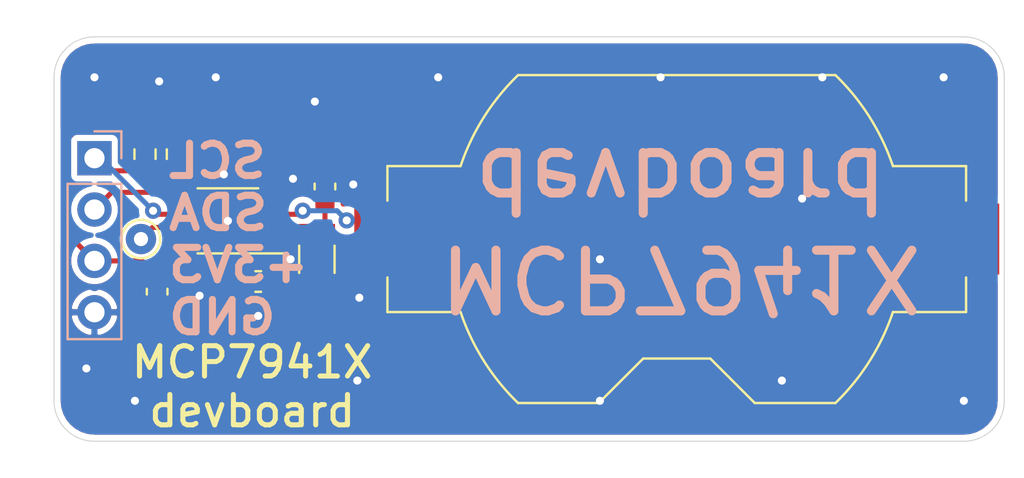
<source format=kicad_pcb>
(kicad_pcb (version 20171130) (host pcbnew 5.1.12-1.fc35)

  (general
    (thickness 1.6)
    (drawings 11)
    (tracks 79)
    (zones 0)
    (modules 10)
    (nets 9)
  )

  (page A4)
  (title_block
    (title mcp7941x-devboard)
    (date 2021-12-16)
    (rev 2021-12-16)
    (company "Raphael Lehmann")
    (comment 1 "License: CC BY-SA 4.0")
  )

  (layers
    (0 F.Cu signal)
    (31 B.Cu signal)
    (32 B.Adhes user)
    (33 F.Adhes user)
    (34 B.Paste user)
    (35 F.Paste user)
    (36 B.SilkS user)
    (37 F.SilkS user)
    (38 B.Mask user)
    (39 F.Mask user)
    (40 Dwgs.User user)
    (41 Cmts.User user)
    (42 Eco1.User user)
    (43 Eco2.User user)
    (44 Edge.Cuts user)
    (45 Margin user)
    (46 B.CrtYd user)
    (47 F.CrtYd user)
    (48 B.Fab user)
    (49 F.Fab user)
  )

  (setup
    (last_trace_width 0.25)
    (trace_clearance 0.2)
    (zone_clearance 0.3)
    (zone_45_only yes)
    (trace_min 0.2)
    (via_size 0.8)
    (via_drill 0.4)
    (via_min_size 0.4)
    (via_min_drill 0.3)
    (uvia_size 0.3)
    (uvia_drill 0.1)
    (uvias_allowed no)
    (uvia_min_size 0.2)
    (uvia_min_drill 0.1)
    (edge_width 0.05)
    (segment_width 0.2)
    (pcb_text_width 0.3)
    (pcb_text_size 1.5 1.5)
    (mod_edge_width 0.12)
    (mod_text_size 1 1)
    (mod_text_width 0.15)
    (pad_size 1.524 1.524)
    (pad_drill 0.762)
    (pad_to_mask_clearance 0)
    (aux_axis_origin 0 0)
    (visible_elements FFFFFF7F)
    (pcbplotparams
      (layerselection 0x010fc_ffffffff)
      (usegerberextensions false)
      (usegerberattributes true)
      (usegerberadvancedattributes true)
      (creategerberjobfile true)
      (excludeedgelayer true)
      (linewidth 0.100000)
      (plotframeref false)
      (viasonmask false)
      (mode 1)
      (useauxorigin false)
      (hpglpennumber 1)
      (hpglpenspeed 20)
      (hpglpendiameter 15.000000)
      (psnegative false)
      (psa4output false)
      (plotreference true)
      (plotvalue true)
      (plotinvisibletext false)
      (padsonsilk false)
      (subtractmaskfromsilk false)
      (outputformat 1)
      (mirror false)
      (drillshape 0)
      (scaleselection 1)
      (outputdirectory "gerber/"))
  )

  (net 0 "")
  (net 1 GND)
  (net 2 +3V3)
  (net 3 /X2)
  (net 4 /SDA)
  (net 5 /SCL)
  (net 6 /X1)
  (net 7 /BAT)
  (net 8 /MFP)

  (net_class Default "This is the default net class."
    (clearance 0.2)
    (trace_width 0.25)
    (via_dia 0.8)
    (via_drill 0.4)
    (uvia_dia 0.3)
    (uvia_drill 0.1)
    (add_net +3V3)
    (add_net /BAT)
    (add_net /MFP)
    (add_net /SCL)
    (add_net /SDA)
    (add_net /X1)
    (add_net /X2)
    (add_net GND)
  )

  (module Crystal:Crystal_SMD_3215-2Pin_3.2x1.5mm (layer F.Cu) (tedit 5A0FD1B2) (tstamp 61BA8964)
    (at 123 81 270)
    (descr "SMD Crystal FC-135 https://support.epson.biz/td/api/doc_check.php?dl=brief_FC-135R_en.pdf")
    (tags "SMD SMT Crystal")
    (path /61BA4654)
    (attr smd)
    (fp_text reference Y1 (at 0 -2 90) (layer F.SilkS) hide
      (effects (font (size 1 1) (thickness 0.15)))
    )
    (fp_text value SC32S-7PF20PPM (at 0 2 90) (layer F.Fab)
      (effects (font (size 1 1) (thickness 0.15)))
    )
    (fp_line (start 2 -1.15) (end 2 1.15) (layer F.CrtYd) (width 0.05))
    (fp_line (start -2 -1.15) (end -2 1.15) (layer F.CrtYd) (width 0.05))
    (fp_line (start -2 1.15) (end 2 1.15) (layer F.CrtYd) (width 0.05))
    (fp_line (start -1.6 0.75) (end 1.6 0.75) (layer F.Fab) (width 0.1))
    (fp_line (start -1.6 -0.75) (end 1.6 -0.75) (layer F.Fab) (width 0.1))
    (fp_line (start 1.6 -0.75) (end 1.6 0.75) (layer F.Fab) (width 0.1))
    (fp_line (start -0.675 -0.875) (end 0.675 -0.875) (layer F.SilkS) (width 0.12))
    (fp_line (start -0.675 0.875) (end 0.675 0.875) (layer F.SilkS) (width 0.12))
    (fp_line (start -1.6 -0.75) (end -1.6 0.75) (layer F.Fab) (width 0.1))
    (fp_line (start -2 -1.15) (end 2 -1.15) (layer F.CrtYd) (width 0.05))
    (fp_text user %R (at 0 -2 90) (layer F.Fab)
      (effects (font (size 1 1) (thickness 0.15)))
    )
    (pad 2 smd rect (at -1.25 0 270) (size 1 1.8) (layers F.Cu F.Paste F.Mask)
      (net 3 /X2))
    (pad 1 smd rect (at 1.25 0 270) (size 1 1.8) (layers F.Cu F.Paste F.Mask)
      (net 6 /X1))
    (model ${KISYS3DMOD}/Crystal.3dshapes/Crystal_SMD_3215-2Pin_3.2x1.5mm.wrl
      (at (xyz 0 0 0))
      (scale (xyz 1 1 1))
      (rotate (xyz 0 0 0))
    )
  )

  (module Package_SO:MSOP-8_3x3mm_P0.65mm (layer F.Cu) (tedit 5E509FDD) (tstamp 61BA8953)
    (at 118.6 79.1 180)
    (descr "MSOP, 8 Pin (https://www.jedec.org/system/files/docs/mo-187F.pdf variant AA), generated with kicad-footprint-generator ipc_gullwing_generator.py")
    (tags "MSOP SO")
    (path /61BA2F55)
    (attr smd)
    (fp_text reference U1 (at 0 -2.45) (layer F.SilkS) hide
      (effects (font (size 1 1) (thickness 0.15)))
    )
    (fp_text value MCP7940N-xMS (at 0 2.45) (layer F.Fab)
      (effects (font (size 1 1) (thickness 0.15)))
    )
    (fp_line (start 3.18 -1.75) (end -3.18 -1.75) (layer F.CrtYd) (width 0.05))
    (fp_line (start 3.18 1.75) (end 3.18 -1.75) (layer F.CrtYd) (width 0.05))
    (fp_line (start -3.18 1.75) (end 3.18 1.75) (layer F.CrtYd) (width 0.05))
    (fp_line (start -3.18 -1.75) (end -3.18 1.75) (layer F.CrtYd) (width 0.05))
    (fp_line (start -1.5 -0.75) (end -0.75 -1.5) (layer F.Fab) (width 0.1))
    (fp_line (start -1.5 1.5) (end -1.5 -0.75) (layer F.Fab) (width 0.1))
    (fp_line (start 1.5 1.5) (end -1.5 1.5) (layer F.Fab) (width 0.1))
    (fp_line (start 1.5 -1.5) (end 1.5 1.5) (layer F.Fab) (width 0.1))
    (fp_line (start -0.75 -1.5) (end 1.5 -1.5) (layer F.Fab) (width 0.1))
    (fp_line (start 0 -1.61) (end -2.925 -1.61) (layer F.SilkS) (width 0.12))
    (fp_line (start 0 -1.61) (end 1.5 -1.61) (layer F.SilkS) (width 0.12))
    (fp_line (start 0 1.61) (end -1.5 1.61) (layer F.SilkS) (width 0.12))
    (fp_line (start 0 1.61) (end 1.5 1.61) (layer F.SilkS) (width 0.12))
    (fp_text user %R (at 0 0) (layer F.Fab)
      (effects (font (size 0.75 0.75) (thickness 0.11)))
    )
    (pad 8 smd roundrect (at 2.1125 -0.975 180) (size 1.625 0.4) (layers F.Cu F.Paste F.Mask) (roundrect_rratio 0.25)
      (net 2 +3V3))
    (pad 7 smd roundrect (at 2.1125 -0.325 180) (size 1.625 0.4) (layers F.Cu F.Paste F.Mask) (roundrect_rratio 0.25)
      (net 8 /MFP))
    (pad 6 smd roundrect (at 2.1125 0.325 180) (size 1.625 0.4) (layers F.Cu F.Paste F.Mask) (roundrect_rratio 0.25)
      (net 5 /SCL))
    (pad 5 smd roundrect (at 2.1125 0.975 180) (size 1.625 0.4) (layers F.Cu F.Paste F.Mask) (roundrect_rratio 0.25)
      (net 4 /SDA))
    (pad 4 smd roundrect (at -2.1125 0.975 180) (size 1.625 0.4) (layers F.Cu F.Paste F.Mask) (roundrect_rratio 0.25)
      (net 1 GND))
    (pad 3 smd roundrect (at -2.1125 0.325 180) (size 1.625 0.4) (layers F.Cu F.Paste F.Mask) (roundrect_rratio 0.25)
      (net 7 /BAT))
    (pad 2 smd roundrect (at -2.1125 -0.325 180) (size 1.625 0.4) (layers F.Cu F.Paste F.Mask) (roundrect_rratio 0.25)
      (net 3 /X2))
    (pad 1 smd roundrect (at -2.1125 -0.975 180) (size 1.625 0.4) (layers F.Cu F.Paste F.Mask) (roundrect_rratio 0.25)
      (net 6 /X1))
    (model ${KISYS3DMOD}/Package_SO.3dshapes/MSOP-8_3x3mm_P0.65mm.wrl
      (at (xyz 0 0 0))
      (scale (xyz 1 1 1))
      (rotate (xyz 0 0 0))
    )
  )

  (module TestPoint:TestPoint_THTPad_D1.5mm_Drill0.7mm (layer F.Cu) (tedit 5A0F774F) (tstamp 61BA8939)
    (at 114.3 80)
    (descr "THT pad as test Point, diameter 1.5mm, hole diameter 0.7mm")
    (tags "test point THT pad")
    (path /61BA80D9)
    (attr virtual)
    (fp_text reference TP1 (at 0 -1.648) (layer F.SilkS) hide
      (effects (font (size 1 1) (thickness 0.15)))
    )
    (fp_text value MFP (at 0 1.75) (layer F.Fab)
      (effects (font (size 1 1) (thickness 0.15)))
    )
    (fp_circle (center 0 0) (end 0 0.95) (layer F.SilkS) (width 0.12))
    (fp_circle (center 0 0) (end 1.25 0) (layer F.CrtYd) (width 0.05))
    (fp_text user %R (at 0 -1.65) (layer F.Fab)
      (effects (font (size 1 1) (thickness 0.15)))
    )
    (pad 1 thru_hole circle (at 0 0) (size 1.5 1.5) (drill 0.7) (layers *.Cu *.Mask)
      (net 8 /MFP))
  )

  (module Resistor_SMD:R_0603_1608Metric (layer F.Cu) (tedit 5F68FEEE) (tstamp 61BA8931)
    (at 114.5 75.8 270)
    (descr "Resistor SMD 0603 (1608 Metric), square (rectangular) end terminal, IPC_7351 nominal, (Body size source: IPC-SM-782 page 72, https://www.pcb-3d.com/wordpress/wp-content/uploads/ipc-sm-782a_amendment_1_and_2.pdf), generated with kicad-footprint-generator")
    (tags resistor)
    (path /61BA9121)
    (attr smd)
    (fp_text reference R2 (at 0 -1.43 90) (layer F.SilkS) hide
      (effects (font (size 1 1) (thickness 0.15)))
    )
    (fp_text value 4k7 (at 0 1.43 90) (layer F.Fab)
      (effects (font (size 1 1) (thickness 0.15)))
    )
    (fp_line (start 1.48 0.73) (end -1.48 0.73) (layer F.CrtYd) (width 0.05))
    (fp_line (start 1.48 -0.73) (end 1.48 0.73) (layer F.CrtYd) (width 0.05))
    (fp_line (start -1.48 -0.73) (end 1.48 -0.73) (layer F.CrtYd) (width 0.05))
    (fp_line (start -1.48 0.73) (end -1.48 -0.73) (layer F.CrtYd) (width 0.05))
    (fp_line (start -0.237258 0.5225) (end 0.237258 0.5225) (layer F.SilkS) (width 0.12))
    (fp_line (start -0.237258 -0.5225) (end 0.237258 -0.5225) (layer F.SilkS) (width 0.12))
    (fp_line (start 0.8 0.4125) (end -0.8 0.4125) (layer F.Fab) (width 0.1))
    (fp_line (start 0.8 -0.4125) (end 0.8 0.4125) (layer F.Fab) (width 0.1))
    (fp_line (start -0.8 -0.4125) (end 0.8 -0.4125) (layer F.Fab) (width 0.1))
    (fp_line (start -0.8 0.4125) (end -0.8 -0.4125) (layer F.Fab) (width 0.1))
    (fp_text user %R (at 0 0 90) (layer F.Fab)
      (effects (font (size 0.4 0.4) (thickness 0.06)))
    )
    (pad 2 smd roundrect (at 0.825 0 270) (size 0.8 0.95) (layers F.Cu F.Paste F.Mask) (roundrect_rratio 0.25)
      (net 5 /SCL))
    (pad 1 smd roundrect (at -0.825 0 270) (size 0.8 0.95) (layers F.Cu F.Paste F.Mask) (roundrect_rratio 0.25)
      (net 2 +3V3))
    (model ${KISYS3DMOD}/Resistor_SMD.3dshapes/R_0603_1608Metric.wrl
      (at (xyz 0 0 0))
      (scale (xyz 1 1 1))
      (rotate (xyz 0 0 0))
    )
  )

  (module Resistor_SMD:R_0603_1608Metric (layer F.Cu) (tedit 5F68FEEE) (tstamp 61BA8920)
    (at 116.1 75.8 270)
    (descr "Resistor SMD 0603 (1608 Metric), square (rectangular) end terminal, IPC_7351 nominal, (Body size source: IPC-SM-782 page 72, https://www.pcb-3d.com/wordpress/wp-content/uploads/ipc-sm-782a_amendment_1_and_2.pdf), generated with kicad-footprint-generator")
    (tags resistor)
    (path /61BA8D29)
    (attr smd)
    (fp_text reference R1 (at 0 -1.43 90) (layer F.SilkS) hide
      (effects (font (size 1 1) (thickness 0.15)))
    )
    (fp_text value 4k7 (at 0 1.43 90) (layer F.Fab)
      (effects (font (size 1 1) (thickness 0.15)))
    )
    (fp_line (start 1.48 0.73) (end -1.48 0.73) (layer F.CrtYd) (width 0.05))
    (fp_line (start 1.48 -0.73) (end 1.48 0.73) (layer F.CrtYd) (width 0.05))
    (fp_line (start -1.48 -0.73) (end 1.48 -0.73) (layer F.CrtYd) (width 0.05))
    (fp_line (start -1.48 0.73) (end -1.48 -0.73) (layer F.CrtYd) (width 0.05))
    (fp_line (start -0.237258 0.5225) (end 0.237258 0.5225) (layer F.SilkS) (width 0.12))
    (fp_line (start -0.237258 -0.5225) (end 0.237258 -0.5225) (layer F.SilkS) (width 0.12))
    (fp_line (start 0.8 0.4125) (end -0.8 0.4125) (layer F.Fab) (width 0.1))
    (fp_line (start 0.8 -0.4125) (end 0.8 0.4125) (layer F.Fab) (width 0.1))
    (fp_line (start -0.8 -0.4125) (end 0.8 -0.4125) (layer F.Fab) (width 0.1))
    (fp_line (start -0.8 0.4125) (end -0.8 -0.4125) (layer F.Fab) (width 0.1))
    (fp_text user %R (at 0 0 90) (layer F.Fab)
      (effects (font (size 0.4 0.4) (thickness 0.06)))
    )
    (pad 2 smd roundrect (at 0.825 0 270) (size 0.8 0.95) (layers F.Cu F.Paste F.Mask) (roundrect_rratio 0.25)
      (net 4 /SDA))
    (pad 1 smd roundrect (at -0.825 0 270) (size 0.8 0.95) (layers F.Cu F.Paste F.Mask) (roundrect_rratio 0.25)
      (net 2 +3V3))
    (model ${KISYS3DMOD}/Resistor_SMD.3dshapes/R_0603_1608Metric.wrl
      (at (xyz 0 0 0))
      (scale (xyz 1 1 1))
      (rotate (xyz 0 0 0))
    )
  )

  (module Connector_PinHeader_2.54mm:PinHeader_1x04_P2.54mm_Vertical (layer B.Cu) (tedit 59FED5CC) (tstamp 61BA890F)
    (at 112 76 180)
    (descr "Through hole straight pin header, 1x04, 2.54mm pitch, single row")
    (tags "Through hole pin header THT 1x04 2.54mm single row")
    (path /61BA6F8B)
    (fp_text reference J1 (at 0 2.33) (layer B.SilkS) hide
      (effects (font (size 1 1) (thickness 0.15)) (justify mirror))
    )
    (fp_text value Conn_01x04 (at 0 -9.95) (layer B.Fab)
      (effects (font (size 1 1) (thickness 0.15)) (justify mirror))
    )
    (fp_line (start 1.8 1.8) (end -1.8 1.8) (layer B.CrtYd) (width 0.05))
    (fp_line (start 1.8 -9.4) (end 1.8 1.8) (layer B.CrtYd) (width 0.05))
    (fp_line (start -1.8 -9.4) (end 1.8 -9.4) (layer B.CrtYd) (width 0.05))
    (fp_line (start -1.8 1.8) (end -1.8 -9.4) (layer B.CrtYd) (width 0.05))
    (fp_line (start -1.33 1.33) (end 0 1.33) (layer B.SilkS) (width 0.12))
    (fp_line (start -1.33 0) (end -1.33 1.33) (layer B.SilkS) (width 0.12))
    (fp_line (start -1.33 -1.27) (end 1.33 -1.27) (layer B.SilkS) (width 0.12))
    (fp_line (start 1.33 -1.27) (end 1.33 -8.95) (layer B.SilkS) (width 0.12))
    (fp_line (start -1.33 -1.27) (end -1.33 -8.95) (layer B.SilkS) (width 0.12))
    (fp_line (start -1.33 -8.95) (end 1.33 -8.95) (layer B.SilkS) (width 0.12))
    (fp_line (start -1.27 0.635) (end -0.635 1.27) (layer B.Fab) (width 0.1))
    (fp_line (start -1.27 -8.89) (end -1.27 0.635) (layer B.Fab) (width 0.1))
    (fp_line (start 1.27 -8.89) (end -1.27 -8.89) (layer B.Fab) (width 0.1))
    (fp_line (start 1.27 1.27) (end 1.27 -8.89) (layer B.Fab) (width 0.1))
    (fp_line (start -0.635 1.27) (end 1.27 1.27) (layer B.Fab) (width 0.1))
    (fp_text user %R (at 0 -3.81 270) (layer B.Fab)
      (effects (font (size 1 1) (thickness 0.15)) (justify mirror))
    )
    (pad 4 thru_hole oval (at 0 -7.62 180) (size 1.7 1.7) (drill 1) (layers *.Cu *.Mask)
      (net 1 GND))
    (pad 3 thru_hole oval (at 0 -5.08 180) (size 1.7 1.7) (drill 1) (layers *.Cu *.Mask)
      (net 2 +3V3))
    (pad 2 thru_hole oval (at 0 -2.54 180) (size 1.7 1.7) (drill 1) (layers *.Cu *.Mask)
      (net 4 /SDA))
    (pad 1 thru_hole rect (at 0 0 180) (size 1.7 1.7) (drill 1) (layers *.Cu *.Mask)
      (net 5 /SCL))
    (model ${KISYS3DMOD}/Connector_PinHeader_2.54mm.3dshapes/PinHeader_1x04_P2.54mm_Vertical.wrl
      (at (xyz 0 0 0))
      (scale (xyz 1 1 1))
      (rotate (xyz 0 0 0))
    )
  )

  (module Capacitor_SMD:C_0603_1608Metric (layer F.Cu) (tedit 5F68FEEE) (tstamp 61BA88F7)
    (at 120.1 82.1 180)
    (descr "Capacitor SMD 0603 (1608 Metric), square (rectangular) end terminal, IPC_7351 nominal, (Body size source: IPC-SM-782 page 76, https://www.pcb-3d.com/wordpress/wp-content/uploads/ipc-sm-782a_amendment_1_and_2.pdf), generated with kicad-footprint-generator")
    (tags capacitor)
    (path /61BA661B)
    (attr smd)
    (fp_text reference C3 (at 0 -1.43) (layer F.SilkS) hide
      (effects (font (size 1 1) (thickness 0.15)))
    )
    (fp_text value 7pF (at 0 1.43) (layer F.Fab)
      (effects (font (size 1 1) (thickness 0.15)))
    )
    (fp_line (start 1.48 0.73) (end -1.48 0.73) (layer F.CrtYd) (width 0.05))
    (fp_line (start 1.48 -0.73) (end 1.48 0.73) (layer F.CrtYd) (width 0.05))
    (fp_line (start -1.48 -0.73) (end 1.48 -0.73) (layer F.CrtYd) (width 0.05))
    (fp_line (start -1.48 0.73) (end -1.48 -0.73) (layer F.CrtYd) (width 0.05))
    (fp_line (start -0.14058 0.51) (end 0.14058 0.51) (layer F.SilkS) (width 0.12))
    (fp_line (start -0.14058 -0.51) (end 0.14058 -0.51) (layer F.SilkS) (width 0.12))
    (fp_line (start 0.8 0.4) (end -0.8 0.4) (layer F.Fab) (width 0.1))
    (fp_line (start 0.8 -0.4) (end 0.8 0.4) (layer F.Fab) (width 0.1))
    (fp_line (start -0.8 -0.4) (end 0.8 -0.4) (layer F.Fab) (width 0.1))
    (fp_line (start -0.8 0.4) (end -0.8 -0.4) (layer F.Fab) (width 0.1))
    (fp_text user %R (at 0 0) (layer F.Fab)
      (effects (font (size 0.4 0.4) (thickness 0.06)))
    )
    (pad 2 smd roundrect (at 0.775 0 180) (size 0.9 0.95) (layers F.Cu F.Paste F.Mask) (roundrect_rratio 0.25)
      (net 1 GND))
    (pad 1 smd roundrect (at -0.775 0 180) (size 0.9 0.95) (layers F.Cu F.Paste F.Mask) (roundrect_rratio 0.25)
      (net 6 /X1))
    (model ${KISYS3DMOD}/Capacitor_SMD.3dshapes/C_0603_1608Metric.wrl
      (at (xyz 0 0 0))
      (scale (xyz 1 1 1))
      (rotate (xyz 0 0 0))
    )
  )

  (module Capacitor_SMD:C_0603_1608Metric (layer F.Cu) (tedit 5F68FEEE) (tstamp 61BA88E6)
    (at 123.4 77.4 90)
    (descr "Capacitor SMD 0603 (1608 Metric), square (rectangular) end terminal, IPC_7351 nominal, (Body size source: IPC-SM-782 page 76, https://www.pcb-3d.com/wordpress/wp-content/uploads/ipc-sm-782a_amendment_1_and_2.pdf), generated with kicad-footprint-generator")
    (tags capacitor)
    (path /61BA56DB)
    (attr smd)
    (fp_text reference C2 (at 0 -1.43 90) (layer F.SilkS) hide
      (effects (font (size 1 1) (thickness 0.15)))
    )
    (fp_text value 7pF (at 0 1.43 90) (layer F.Fab)
      (effects (font (size 1 1) (thickness 0.15)))
    )
    (fp_line (start 1.48 0.73) (end -1.48 0.73) (layer F.CrtYd) (width 0.05))
    (fp_line (start 1.48 -0.73) (end 1.48 0.73) (layer F.CrtYd) (width 0.05))
    (fp_line (start -1.48 -0.73) (end 1.48 -0.73) (layer F.CrtYd) (width 0.05))
    (fp_line (start -1.48 0.73) (end -1.48 -0.73) (layer F.CrtYd) (width 0.05))
    (fp_line (start -0.14058 0.51) (end 0.14058 0.51) (layer F.SilkS) (width 0.12))
    (fp_line (start -0.14058 -0.51) (end 0.14058 -0.51) (layer F.SilkS) (width 0.12))
    (fp_line (start 0.8 0.4) (end -0.8 0.4) (layer F.Fab) (width 0.1))
    (fp_line (start 0.8 -0.4) (end 0.8 0.4) (layer F.Fab) (width 0.1))
    (fp_line (start -0.8 -0.4) (end 0.8 -0.4) (layer F.Fab) (width 0.1))
    (fp_line (start -0.8 0.4) (end -0.8 -0.4) (layer F.Fab) (width 0.1))
    (fp_text user %R (at 0 0 90) (layer F.Fab)
      (effects (font (size 0.4 0.4) (thickness 0.06)))
    )
    (pad 2 smd roundrect (at 0.775 0 90) (size 0.9 0.95) (layers F.Cu F.Paste F.Mask) (roundrect_rratio 0.25)
      (net 1 GND))
    (pad 1 smd roundrect (at -0.775 0 90) (size 0.9 0.95) (layers F.Cu F.Paste F.Mask) (roundrect_rratio 0.25)
      (net 3 /X2))
    (model ${KISYS3DMOD}/Capacitor_SMD.3dshapes/C_0603_1608Metric.wrl
      (at (xyz 0 0 0))
      (scale (xyz 1 1 1))
      (rotate (xyz 0 0 0))
    )
  )

  (module Capacitor_SMD:C_0603_1608Metric (layer F.Cu) (tedit 5F68FEEE) (tstamp 61BA88D5)
    (at 115.1 82.6 270)
    (descr "Capacitor SMD 0603 (1608 Metric), square (rectangular) end terminal, IPC_7351 nominal, (Body size source: IPC-SM-782 page 76, https://www.pcb-3d.com/wordpress/wp-content/uploads/ipc-sm-782a_amendment_1_and_2.pdf), generated with kicad-footprint-generator")
    (tags capacitor)
    (path /61BAB2F7)
    (attr smd)
    (fp_text reference C1 (at 0 -1.43 90) (layer F.SilkS) hide
      (effects (font (size 1 1) (thickness 0.15)))
    )
    (fp_text value 100nF (at 0 1.43 90) (layer F.Fab)
      (effects (font (size 1 1) (thickness 0.15)))
    )
    (fp_line (start 1.48 0.73) (end -1.48 0.73) (layer F.CrtYd) (width 0.05))
    (fp_line (start 1.48 -0.73) (end 1.48 0.73) (layer F.CrtYd) (width 0.05))
    (fp_line (start -1.48 -0.73) (end 1.48 -0.73) (layer F.CrtYd) (width 0.05))
    (fp_line (start -1.48 0.73) (end -1.48 -0.73) (layer F.CrtYd) (width 0.05))
    (fp_line (start -0.14058 0.51) (end 0.14058 0.51) (layer F.SilkS) (width 0.12))
    (fp_line (start -0.14058 -0.51) (end 0.14058 -0.51) (layer F.SilkS) (width 0.12))
    (fp_line (start 0.8 0.4) (end -0.8 0.4) (layer F.Fab) (width 0.1))
    (fp_line (start 0.8 -0.4) (end 0.8 0.4) (layer F.Fab) (width 0.1))
    (fp_line (start -0.8 -0.4) (end 0.8 -0.4) (layer F.Fab) (width 0.1))
    (fp_line (start -0.8 0.4) (end -0.8 -0.4) (layer F.Fab) (width 0.1))
    (fp_text user %R (at 0 0 90) (layer F.Fab)
      (effects (font (size 0.4 0.4) (thickness 0.06)))
    )
    (pad 2 smd roundrect (at 0.775 0 270) (size 0.9 0.95) (layers F.Cu F.Paste F.Mask) (roundrect_rratio 0.25)
      (net 1 GND))
    (pad 1 smd roundrect (at -0.775 0 270) (size 0.9 0.95) (layers F.Cu F.Paste F.Mask) (roundrect_rratio 0.25)
      (net 2 +3V3))
    (model ${KISYS3DMOD}/Capacitor_SMD.3dshapes/C_0603_1608Metric.wrl
      (at (xyz 0 0 0))
      (scale (xyz 1 1 1))
      (rotate (xyz 0 0 0))
    )
  )

  (module Battery:BatteryHolder_Keystone_1058_1x2032 (layer F.Cu) (tedit 589EE147) (tstamp 61BA88C4)
    (at 140.8 80)
    (descr http://www.keyelco.com/product-pdf.cfm?p=14028)
    (tags "Keystone type 1058 coin cell retainer")
    (path /61BA3C8A)
    (attr smd)
    (fp_text reference BT1 (at 0 7.62) (layer F.SilkS) hide
      (effects (font (size 1 1) (thickness 0.15)))
    )
    (fp_text value "Keystone 1058" (at 0 -9.398) (layer F.Fab)
      (effects (font (size 1 1) (thickness 0.15)))
    )
    (fp_circle (center 0 0) (end 10 0) (layer Dwgs.User) (width 0.15))
    (fp_line (start -7.8026 -8) (end 7.8026 -8) (layer F.Fab) (width 0.1))
    (fp_line (start -3.9 8) (end -7.8026 8) (layer F.Fab) (width 0.1))
    (fp_line (start -14.2 -3.5) (end -14.2 -1.9) (layer F.Fab) (width 0.1))
    (fp_line (start -14.2 -3.5) (end -10.61275 -3.5) (layer F.Fab) (width 0.1))
    (fp_line (start -1.7 5.8) (end 1.7 5.8) (layer F.Fab) (width 0.1))
    (fp_line (start -1.7 5.8) (end -3.9 8) (layer F.Fab) (width 0.1))
    (fp_line (start 1.7 5.8) (end 3.9 8) (layer F.Fab) (width 0.1))
    (fp_line (start 3.9 8) (end 7.8026 8) (layer F.Fab) (width 0.1))
    (fp_line (start -14.2 3.5) (end -10.61275 3.5) (layer F.Fab) (width 0.1))
    (fp_line (start -14.2 1.9) (end -14.2 3.5) (layer F.Fab) (width 0.1))
    (fp_line (start 14.2 -3.5) (end 14.2 -1.9) (layer F.Fab) (width 0.1))
    (fp_line (start 10.61275 -3.5) (end 14.2 -3.5) (layer F.Fab) (width 0.1))
    (fp_line (start 14.2 3.5) (end 10.61275 3.5) (layer F.Fab) (width 0.1))
    (fp_line (start 14.2 1.9) (end 14.2 3.5) (layer F.Fab) (width 0.1))
    (fp_line (start -14.31 -3.61) (end -10.692 -3.61) (layer F.SilkS) (width 0.12))
    (fp_line (start -14.31 -1.9) (end -14.31 -3.61) (layer F.SilkS) (width 0.12))
    (fp_line (start -7.8473 -8.11) (end 7.8473 -8.11) (layer F.SilkS) (width 0.12))
    (fp_line (start 14.31 -1.9) (end 14.31 -3.61) (layer F.SilkS) (width 0.12))
    (fp_line (start 10.692 -3.61) (end 14.31 -3.61) (layer F.SilkS) (width 0.12))
    (fp_line (start 14.31 3.61) (end 10.692 3.61) (layer F.SilkS) (width 0.12))
    (fp_line (start 14.31 1.9) (end 14.31 3.61) (layer F.SilkS) (width 0.12))
    (fp_line (start 7.8473 8.11) (end 3.86 8.11) (layer F.SilkS) (width 0.12))
    (fp_line (start 1.66 5.91) (end 3.86 8.11) (layer F.SilkS) (width 0.12))
    (fp_line (start 1.66 5.91) (end -1.66 5.91) (layer F.SilkS) (width 0.12))
    (fp_line (start -1.66 5.91) (end -3.86 8.11) (layer F.SilkS) (width 0.12))
    (fp_line (start -3.86 8.11) (end -7.8473 8.11) (layer F.SilkS) (width 0.12))
    (fp_line (start -10.692 3.61) (end -14.31 3.61) (layer F.SilkS) (width 0.12))
    (fp_line (start -14.31 1.9) (end -14.31 3.61) (layer F.SilkS) (width 0.12))
    (fp_line (start -16.45 4.11) (end -11.06 4.11) (layer F.CrtYd) (width 0.05))
    (fp_line (start -16.45 -4.11) (end -16.45 4.11) (layer F.CrtYd) (width 0.05))
    (fp_line (start -16.45 -4.11) (end -11.06 -4.11) (layer F.CrtYd) (width 0.05))
    (fp_line (start 16.45 -4.11) (end 11.06 -4.11) (layer F.CrtYd) (width 0.05))
    (fp_line (start 16.45 4.11) (end 16.45 -4.11) (layer F.CrtYd) (width 0.05))
    (fp_line (start 11.06 4.11) (end 16.45 4.11) (layer F.CrtYd) (width 0.05))
    (fp_arc (start 0 0) (end -10.61275 -3.5) (angle 27.4635) (layer F.Fab) (width 0.1))
    (fp_arc (start 0 0) (end 10.61275 3.5) (angle 27.4635) (layer F.Fab) (width 0.1))
    (fp_arc (start 0 0) (end 10.61275 -3.5) (angle -27.4635) (layer F.Fab) (width 0.1))
    (fp_arc (start 0 0) (end -10.61275 3.5) (angle -27.4635) (layer F.Fab) (width 0.1))
    (fp_arc (start 0 0) (end -10.692 -3.61) (angle 27.3) (layer F.SilkS) (width 0.12))
    (fp_arc (start 0 0) (end 10.692 3.61) (angle 27.3) (layer F.SilkS) (width 0.12))
    (fp_arc (start 0 0) (end 10.692 -3.61) (angle -27.3) (layer F.SilkS) (width 0.12))
    (fp_arc (start 0 0) (end -10.692 3.61) (angle -27.3) (layer F.SilkS) (width 0.12))
    (fp_arc (start 0 0) (end -11.06 -4.11) (angle 139.2) (layer F.CrtYd) (width 0.05))
    (fp_arc (start 0 0) (end 11.06 4.11) (angle 139.2) (layer F.CrtYd) (width 0.05))
    (fp_text user %R (at 0 0) (layer F.Fab)
      (effects (font (size 1 1) (thickness 0.15)))
    )
    (pad 2 smd rect (at 14.68 0) (size 2.54 3.51) (layers F.Cu F.Paste F.Mask)
      (net 1 GND))
    (pad 1 smd rect (at -14.68 0) (size 2.54 3.51) (layers F.Cu F.Paste F.Mask)
      (net 7 /BAT))
    (model ${KISYS3DMOD}/Battery.3dshapes/BatteryHolder_Keystone_1058_1x2032.wrl
      (at (xyz 0 0 0))
      (scale (xyz 1 1 1))
      (rotate (xyz 0 0 0))
    )
  )

  (gr_text "SCL\nSDA\n+3V3\nGND" (at 115.5 80) (layer B.SilkS)
    (effects (font (size 1.6 1.7) (thickness 0.35)) (justify right mirror))
  )
  (gr_arc (start 112 88) (end 110 88) (angle -90) (layer Edge.Cuts) (width 0.05))
  (gr_arc (start 155 88) (end 155 90) (angle -90) (layer Edge.Cuts) (width 0.05))
  (gr_arc (start 155 72) (end 157 72) (angle -90) (layer Edge.Cuts) (width 0.05))
  (gr_arc (start 112 72) (end 112 70) (angle -90) (layer Edge.Cuts) (width 0.05))
  (gr_text "MCP7941X\ndevboard" (at 141 79.5 180) (layer B.SilkS) (tstamp 61BA9D00)
    (effects (font (size 3 3) (thickness 0.45)) (justify mirror))
  )
  (gr_text "MCP7941X\ndevboard" (at 119.8 87.3) (layer F.SilkS)
    (effects (font (size 1.5 1.5) (thickness 0.25)))
  )
  (gr_line (start 155 70) (end 112 70) (layer Edge.Cuts) (width 0.05) (tstamp 61BA8A2F))
  (gr_line (start 157 88) (end 157 72) (layer Edge.Cuts) (width 0.05))
  (gr_line (start 112 90) (end 155 90) (layer Edge.Cuts) (width 0.05))
  (gr_line (start 110 72) (end 110 88) (layer Edge.Cuts) (width 0.05))

  (segment (start 114.855 83.62) (end 115.1 83.375) (width 0.25) (layer F.Cu) (net 1))
  (segment (start 112 83.62) (end 114.855 83.62) (width 0.25) (layer F.Cu) (net 1))
  (segment (start 116.375 82.1) (end 115.1 83.375) (width 0.25) (layer F.Cu) (net 1))
  (segment (start 120.7125 78.125) (end 118.675 78.125) (width 0.25) (layer F.Cu) (net 1))
  (segment (start 117.8 79) (end 117.8 82.1) (width 0.25) (layer F.Cu) (net 1))
  (segment (start 118.675 78.125) (end 117.8 79) (width 0.25) (layer F.Cu) (net 1))
  (segment (start 117.8 82.1) (end 116.375 82.1) (width 0.25) (layer F.Cu) (net 1))
  (segment (start 119.325 82.1) (end 117.8 82.1) (width 0.25) (layer F.Cu) (net 1))
  (segment (start 122.2125 76.625) (end 122.9 76.625) (width 0.25) (layer F.Cu) (net 1))
  (segment (start 120.7125 78.125) (end 121.81875 77.01875) (width 0.25) (layer F.Cu) (net 1))
  (segment (start 155.48 80) (end 140.9 80) (width 0.25) (layer F.Cu) (net 1))
  (segment (start 137.525 76.625) (end 122.9 76.625) (width 0.25) (layer F.Cu) (net 1))
  (segment (start 140.9 80) (end 137.525 76.625) (width 0.25) (layer F.Cu) (net 1))
  (via (at 112 72) (size 0.8) (drill 0.4) (layers F.Cu B.Cu) (net 1))
  (via (at 118 72) (size 0.8) (drill 0.4) (layers F.Cu B.Cu) (net 1))
  (via (at 129 72) (size 0.8) (drill 0.4) (layers F.Cu B.Cu) (net 1))
  (via (at 140 72) (size 0.8) (drill 0.4) (layers F.Cu B.Cu) (net 1))
  (via (at 154 72) (size 0.8) (drill 0.4) (layers F.Cu B.Cu) (net 1))
  (via (at 148 72) (size 0.8) (drill 0.4) (layers F.Cu B.Cu) (net 1))
  (via (at 155 88) (size 0.8) (drill 0.4) (layers F.Cu B.Cu) (net 1))
  (via (at 146 87) (size 0.8) (drill 0.4) (layers F.Cu B.Cu) (net 1))
  (via (at 137 88) (size 0.8) (drill 0.4) (layers F.Cu B.Cu) (net 1))
  (via (at 125 87) (size 0.8) (drill 0.4) (layers F.Cu B.Cu) (net 1))
  (via (at 114 88) (size 0.8) (drill 0.4) (layers F.Cu B.Cu) (net 1))
  (via (at 137 81) (size 0.8) (drill 0.4) (layers F.Cu B.Cu) (net 1))
  (via (at 147 78) (size 0.8) (drill 0.4) (layers F.Cu B.Cu) (net 1))
  (via (at 117.2 82.8) (size 0.8) (drill 0.4) (layers F.Cu B.Cu) (net 1))
  (via (at 118.4 76.8) (size 0.8) (drill 0.4) (layers F.Cu B.Cu) (net 1))
  (via (at 121.7 81) (size 0.8) (drill 0.4) (layers F.Cu B.Cu) (net 1))
  (via (at 125.1 82.9) (size 0.8) (drill 0.4) (layers F.Cu B.Cu) (net 1))
  (via (at 124.8 77.3) (size 0.8) (drill 0.4) (layers F.Cu B.Cu) (net 1))
  (segment (start 121.81875 77.01875) (end 122.2125 76.625) (width 0.25) (layer F.Cu) (net 1) (tstamp 61BA9889))
  (via (at 121.81875 77.01875) (size 0.8) (drill 0.4) (layers F.Cu B.Cu) (net 1))
  (via (at 122.9 73.2) (size 0.8) (drill 0.4) (layers F.Cu B.Cu) (net 1))
  (via (at 120.1 83.8) (size 0.8) (drill 0.4) (layers F.Cu B.Cu) (net 1))
  (via (at 118.6 79.1) (size 0.8) (drill 0.4) (layers F.Cu B.Cu) (net 1))
  (via (at 111.6 86.4) (size 0.8) (drill 0.4) (layers F.Cu B.Cu) (net 1))
  (via (at 115.2 72.2) (size 0.8) (drill 0.4) (layers F.Cu B.Cu) (net 1))
  (segment (start 116.4875 80.4375) (end 115.1 81.825) (width 0.25) (layer F.Cu) (net 2))
  (segment (start 116.4875 80.075) (end 116.4875 80.4375) (width 0.25) (layer F.Cu) (net 2))
  (segment (start 114.355 81.08) (end 115.1 81.825) (width 0.25) (layer F.Cu) (net 2))
  (segment (start 112 81.08) (end 114.355 81.08) (width 0.25) (layer F.Cu) (net 2))
  (segment (start 112 81.08) (end 110.6 79.68) (width 0.25) (layer F.Cu) (net 2))
  (segment (start 110.6 75.114998) (end 111.114998 74.6) (width 0.25) (layer F.Cu) (net 2))
  (segment (start 110.6 79.68) (end 110.6 75.114998) (width 0.25) (layer F.Cu) (net 2))
  (segment (start 114.125 74.6) (end 114.5 74.975) (width 0.25) (layer F.Cu) (net 2))
  (segment (start 111.114998 74.6) (end 114.125 74.6) (width 0.25) (layer F.Cu) (net 2))
  (segment (start 116.1 74.975) (end 114.5 74.975) (width 0.25) (layer F.Cu) (net 2))
  (segment (start 122.675 79.425) (end 123 79.75) (width 0.25) (layer F.Cu) (net 3))
  (segment (start 120.7125 79.425) (end 122.675 79.425) (width 0.25) (layer F.Cu) (net 3))
  (segment (start 122.9 79.65) (end 123 79.75) (width 0.25) (layer F.Cu) (net 3))
  (segment (start 123.4 79.35) (end 123 79.75) (width 0.25) (layer F.Cu) (net 3))
  (segment (start 123.4 78.175) (end 123.4 79.35) (width 0.25) (layer F.Cu) (net 3))
  (segment (start 116.1 77.7375) (end 116.4875 78.125) (width 0.25) (layer F.Cu) (net 4))
  (segment (start 116.1 76.625) (end 116.1 77.7375) (width 0.25) (layer F.Cu) (net 4))
  (segment (start 112 78.54) (end 112.849999 77.690001) (width 0.25) (layer F.Cu) (net 4))
  (segment (start 112.849999 77.690001) (end 116.052501 77.690001) (width 0.25) (layer F.Cu) (net 4))
  (segment (start 116.052501 77.690001) (end 116.4875 78.125) (width 0.25) (layer F.Cu) (net 4))
  (segment (start 115.075 78.775) (end 114.9 78.6) (width 0.25) (layer F.Cu) (net 5))
  (segment (start 116.4875 78.775) (end 115.075 78.775) (width 0.25) (layer F.Cu) (net 5))
  (via (at 114.9 78.6) (size 0.8) (drill 0.4) (layers F.Cu B.Cu) (net 5))
  (segment (start 112.3 76) (end 112 76) (width 0.25) (layer B.Cu) (net 5))
  (segment (start 114.9 78.6) (end 112.3 76) (width 0.25) (layer B.Cu) (net 5))
  (segment (start 112.625 76.625) (end 112 76) (width 0.25) (layer F.Cu) (net 5))
  (segment (start 114.5 76.625) (end 112.625 76.625) (width 0.25) (layer F.Cu) (net 5))
  (segment (start 121.025 82.25) (end 120.875 82.1) (width 0.25) (layer F.Cu) (net 6))
  (segment (start 123 82.25) (end 121.025 82.25) (width 0.25) (layer F.Cu) (net 6))
  (segment (start 120.7125 81.9375) (end 120.875 82.1) (width 0.25) (layer F.Cu) (net 6))
  (segment (start 120.7125 80.075) (end 120.7125 81.9375) (width 0.25) (layer F.Cu) (net 6))
  (via (at 122.3 78.6) (size 0.8) (drill 0.4) (layers F.Cu B.Cu) (net 7))
  (segment (start 122.125 78.775) (end 122.3 78.6) (width 0.25) (layer F.Cu) (net 7))
  (segment (start 120.7125 78.775) (end 122.125 78.775) (width 0.25) (layer F.Cu) (net 7))
  (via (at 124.474697 79.077591) (size 0.8) (drill 0.4) (layers F.Cu B.Cu) (net 7))
  (segment (start 123.997106 78.6) (end 124.474697 79.077591) (width 0.25) (layer B.Cu) (net 7))
  (segment (start 122.3 78.6) (end 123.997106 78.6) (width 0.25) (layer B.Cu) (net 7))
  (segment (start 125.197591 79.077591) (end 126.12 80) (width 0.25) (layer F.Cu) (net 7))
  (segment (start 124.474697 79.077591) (end 125.197591 79.077591) (width 0.25) (layer F.Cu) (net 7))
  (segment (start 114.875 79.425) (end 114.3 80) (width 0.25) (layer F.Cu) (net 8))
  (segment (start 116.4875 79.425) (end 114.875 79.425) (width 0.25) (layer F.Cu) (net 8))

  (zone (net 1) (net_name GND) (layer F.Cu) (tstamp 61BAC1EB) (hatch edge 0.508)
    (priority 50)
    (connect_pads (clearance 0.3))
    (min_thickness 0.254)
    (fill yes (arc_segments 32) (thermal_gap 0.3) (thermal_bridge_width 0.3) (smoothing fillet) (radius 0.15))
    (polygon
      (pts
        (xy 158 91) (xy 109 91) (xy 109 69) (xy 158 69)
      )
    )
    (filled_polygon
      (pts
        (xy 155.300258 70.483609) (xy 155.589069 70.570806) (xy 155.855451 70.712444) (xy 156.089247 70.903124) (xy 156.281554 71.135583)
        (xy 156.425045 71.400964) (xy 156.514259 71.689167) (xy 156.548001 72.010202) (xy 156.548001 77.8163) (xy 155.60975 77.818)
        (xy 155.503 77.92475) (xy 155.503 79.977) (xy 155.523 79.977) (xy 155.523 80.023) (xy 155.503 80.023)
        (xy 155.503 82.07525) (xy 155.60975 82.182) (xy 156.548 82.1837) (xy 156.548 87.977891) (xy 156.516392 88.300254)
        (xy 156.429194 88.589071) (xy 156.287556 88.855451) (xy 156.096876 89.089248) (xy 155.864417 89.281554) (xy 155.599036 89.425045)
        (xy 155.310833 89.514259) (xy 154.989807 89.548) (xy 112.022109 89.548) (xy 111.699746 89.516392) (xy 111.410929 89.429194)
        (xy 111.144549 89.287556) (xy 110.910752 89.096876) (xy 110.718446 88.864417) (xy 110.574955 88.599036) (xy 110.485741 88.310833)
        (xy 110.452 87.989807) (xy 110.452 83.842451) (xy 110.742524 83.842451) (xy 110.753114 83.895698) (xy 110.830859 84.133656)
        (xy 110.953533 84.351874) (xy 111.116422 84.541967) (xy 111.313267 84.696629) (xy 111.536502 84.809917) (xy 111.777549 84.877477)
        (xy 111.977 84.790044) (xy 111.977 83.643) (xy 112.023 83.643) (xy 112.023 84.790044) (xy 112.222451 84.877477)
        (xy 112.463498 84.809917) (xy 112.686733 84.696629) (xy 112.883578 84.541967) (xy 113.046467 84.351874) (xy 113.169141 84.133656)
        (xy 113.246886 83.895698) (xy 113.257476 83.842451) (xy 113.249825 83.825) (xy 114.195934 83.825) (xy 114.204178 83.908707)
        (xy 114.228595 83.989196) (xy 114.268245 84.063376) (xy 114.321605 84.128395) (xy 114.386624 84.181755) (xy 114.460804 84.221405)
        (xy 114.541293 84.245822) (xy 114.625 84.254066) (xy 114.97025 84.252) (xy 115.077 84.14525) (xy 115.077 83.398)
        (xy 115.123 83.398) (xy 115.123 84.14525) (xy 115.22975 84.252) (xy 115.575 84.254066) (xy 115.658707 84.245822)
        (xy 115.739196 84.221405) (xy 115.813376 84.181755) (xy 115.878395 84.128395) (xy 115.931755 84.063376) (xy 115.971405 83.989196)
        (xy 115.995822 83.908707) (xy 116.004066 83.825) (xy 116.002 83.50475) (xy 115.89525 83.398) (xy 115.123 83.398)
        (xy 115.077 83.398) (xy 114.30475 83.398) (xy 114.198 83.50475) (xy 114.195934 83.825) (xy 113.249825 83.825)
        (xy 113.170024 83.643) (xy 112.023 83.643) (xy 111.977 83.643) (xy 110.829976 83.643) (xy 110.742524 83.842451)
        (xy 110.452 83.842451) (xy 110.452 80.312644) (xy 110.793981 80.654625) (xy 110.772074 80.707513) (xy 110.723 80.954226)
        (xy 110.723 81.205774) (xy 110.772074 81.452487) (xy 110.868337 81.684886) (xy 111.008089 81.89404) (xy 111.18596 82.071911)
        (xy 111.395114 82.211663) (xy 111.627513 82.307926) (xy 111.874226 82.357) (xy 111.976998 82.357) (xy 111.976998 82.449955)
        (xy 111.777549 82.362523) (xy 111.536502 82.430083) (xy 111.313267 82.543371) (xy 111.116422 82.698033) (xy 110.953533 82.888126)
        (xy 110.830859 83.106344) (xy 110.753114 83.344302) (xy 110.742524 83.397549) (xy 110.829976 83.597) (xy 111.977 83.597)
        (xy 111.977 83.577) (xy 112.023 83.577) (xy 112.023 83.597) (xy 113.170024 83.597) (xy 113.257476 83.397549)
        (xy 113.246886 83.344302) (xy 113.169141 83.106344) (xy 113.046467 82.888126) (xy 112.883578 82.698033) (xy 112.686733 82.543371)
        (xy 112.463498 82.430083) (xy 112.222451 82.362523) (xy 112.023002 82.449955) (xy 112.023002 82.357) (xy 112.125774 82.357)
        (xy 112.372487 82.307926) (xy 112.604886 82.211663) (xy 112.81404 82.071911) (xy 112.991911 81.89404) (xy 113.131663 81.684886)
        (xy 113.153569 81.632) (xy 114.126356 81.632) (xy 114.195934 81.701579) (xy 114.195934 82.05) (xy 114.208502 82.177602)
        (xy 114.245722 82.3003) (xy 114.306164 82.41338) (xy 114.387505 82.512495) (xy 114.428296 82.545971) (xy 114.386624 82.568245)
        (xy 114.321605 82.621605) (xy 114.268245 82.686624) (xy 114.228595 82.760804) (xy 114.204178 82.841293) (xy 114.195934 82.925)
        (xy 114.198 83.24525) (xy 114.30475 83.352) (xy 115.077 83.352) (xy 115.077 83.332) (xy 115.123 83.332)
        (xy 115.123 83.352) (xy 115.89525 83.352) (xy 116.002 83.24525) (xy 116.004066 82.925) (xy 115.995822 82.841293)
        (xy 115.971405 82.760804) (xy 115.931755 82.686624) (xy 115.878395 82.621605) (xy 115.821607 82.575) (xy 118.445934 82.575)
        (xy 118.454178 82.658707) (xy 118.478595 82.739196) (xy 118.518245 82.813376) (xy 118.571605 82.878395) (xy 118.636624 82.931755)
        (xy 118.710804 82.971405) (xy 118.791293 82.995822) (xy 118.875 83.004066) (xy 119.19525 83.002) (xy 119.302 82.89525)
        (xy 119.302 82.123) (xy 118.55475 82.123) (xy 118.448 82.22975) (xy 118.445934 82.575) (xy 115.821607 82.575)
        (xy 115.813376 82.568245) (xy 115.771704 82.545971) (xy 115.812495 82.512495) (xy 115.893836 82.41338) (xy 115.954278 82.3003)
        (xy 115.991498 82.177602) (xy 116.004066 82.05) (xy 116.004066 81.701579) (xy 116.080645 81.625) (xy 118.445934 81.625)
        (xy 118.448 81.97025) (xy 118.55475 82.077) (xy 119.302 82.077) (xy 119.302 81.30475) (xy 119.348 81.30475)
        (xy 119.348 82.077) (xy 119.368 82.077) (xy 119.368 82.123) (xy 119.348 82.123) (xy 119.348 82.89525)
        (xy 119.45475 83.002) (xy 119.775 83.004066) (xy 119.858707 82.995822) (xy 119.939196 82.971405) (xy 120.013376 82.931755)
        (xy 120.078395 82.878395) (xy 120.131755 82.813376) (xy 120.154029 82.771704) (xy 120.187505 82.812495) (xy 120.28662 82.893836)
        (xy 120.3997 82.954278) (xy 120.522398 82.991498) (xy 120.65 83.004066) (xy 121.1 83.004066) (xy 121.227602 82.991498)
        (xy 121.3503 82.954278) (xy 121.46338 82.893836) (xy 121.562495 82.812495) (xy 121.571108 82.802) (xy 121.676055 82.802)
        (xy 121.679178 82.833707) (xy 121.703595 82.914196) (xy 121.743245 82.988376) (xy 121.796605 83.053395) (xy 121.861624 83.106755)
        (xy 121.935804 83.146405) (xy 122.016293 83.170822) (xy 122.1 83.179066) (xy 123.9 83.179066) (xy 123.983707 83.170822)
        (xy 124.064196 83.146405) (xy 124.138376 83.106755) (xy 124.203395 83.053395) (xy 124.256755 82.988376) (xy 124.296405 82.914196)
        (xy 124.320822 82.833707) (xy 124.329066 82.75) (xy 124.329066 81.75) (xy 124.320822 81.666293) (xy 124.296405 81.585804)
        (xy 124.256755 81.511624) (xy 124.203395 81.446605) (xy 124.138376 81.393245) (xy 124.064196 81.353595) (xy 123.983707 81.329178)
        (xy 123.9 81.320934) (xy 122.1 81.320934) (xy 122.016293 81.329178) (xy 121.935804 81.353595) (xy 121.861624 81.393245)
        (xy 121.796605 81.446605) (xy 121.743245 81.511624) (xy 121.703595 81.585804) (xy 121.701153 81.593854) (xy 121.643836 81.48662)
        (xy 121.562495 81.387505) (xy 121.46338 81.306164) (xy 121.3503 81.245722) (xy 121.2645 81.219695) (xy 121.2645 80.704066)
        (xy 121.425 80.704066) (xy 121.528216 80.6939) (xy 121.627465 80.663793) (xy 121.718933 80.614902) (xy 121.795508 80.552059)
        (xy 121.796605 80.553395) (xy 121.861624 80.606755) (xy 121.935804 80.646405) (xy 122.016293 80.670822) (xy 122.1 80.679066)
        (xy 123.9 80.679066) (xy 123.983707 80.670822) (xy 124.064196 80.646405) (xy 124.138376 80.606755) (xy 124.203395 80.553395)
        (xy 124.256755 80.488376) (xy 124.296405 80.414196) (xy 124.320822 80.333707) (xy 124.329066 80.25) (xy 124.329066 79.891825)
        (xy 124.393245 79.904591) (xy 124.420934 79.904591) (xy 124.420934 81.755) (xy 124.429178 81.838707) (xy 124.453595 81.919196)
        (xy 124.493245 81.993376) (xy 124.546605 82.058395) (xy 124.611624 82.111755) (xy 124.685804 82.151405) (xy 124.766293 82.175822)
        (xy 124.85 82.184066) (xy 127.39 82.184066) (xy 127.473707 82.175822) (xy 127.554196 82.151405) (xy 127.628376 82.111755)
        (xy 127.693395 82.058395) (xy 127.746755 81.993376) (xy 127.786405 81.919196) (xy 127.810822 81.838707) (xy 127.819066 81.755)
        (xy 153.780934 81.755) (xy 153.789178 81.838707) (xy 153.813595 81.919196) (xy 153.853245 81.993376) (xy 153.906605 82.058395)
        (xy 153.971624 82.111755) (xy 154.045804 82.151405) (xy 154.126293 82.175822) (xy 154.21 82.184066) (xy 155.35025 82.182)
        (xy 155.457 82.07525) (xy 155.457 80.023) (xy 153.88975 80.023) (xy 153.783 80.12975) (xy 153.780934 81.755)
        (xy 127.819066 81.755) (xy 127.819066 78.245) (xy 153.780934 78.245) (xy 153.783 79.87025) (xy 153.88975 79.977)
        (xy 155.457 79.977) (xy 155.457 77.92475) (xy 155.35025 77.818) (xy 154.21 77.815934) (xy 154.126293 77.824178)
        (xy 154.045804 77.848595) (xy 153.971624 77.888245) (xy 153.906605 77.941605) (xy 153.853245 78.006624) (xy 153.813595 78.080804)
        (xy 153.789178 78.161293) (xy 153.780934 78.245) (xy 127.819066 78.245) (xy 127.810822 78.161293) (xy 127.786405 78.080804)
        (xy 127.746755 78.006624) (xy 127.693395 77.941605) (xy 127.628376 77.888245) (xy 127.554196 77.848595) (xy 127.473707 77.824178)
        (xy 127.39 77.815934) (xy 124.85 77.815934) (xy 124.766293 77.824178) (xy 124.685804 77.848595) (xy 124.611624 77.888245)
        (xy 124.546605 77.941605) (xy 124.493245 78.006624) (xy 124.453595 78.080804) (xy 124.429178 78.161293) (xy 124.420934 78.245)
        (xy 124.420934 78.250591) (xy 124.393245 78.250591) (xy 124.304066 78.26833) (xy 124.304066 77.95) (xy 124.291498 77.822398)
        (xy 124.254278 77.6997) (xy 124.193836 77.58662) (xy 124.112495 77.487505) (xy 124.071704 77.454029) (xy 124.113376 77.431755)
        (xy 124.178395 77.378395) (xy 124.231755 77.313376) (xy 124.271405 77.239196) (xy 124.295822 77.158707) (xy 124.304066 77.075)
        (xy 124.302 76.75475) (xy 124.19525 76.648) (xy 123.423 76.648) (xy 123.423 76.668) (xy 123.377 76.668)
        (xy 123.377 76.648) (xy 122.60475 76.648) (xy 122.498 76.75475) (xy 122.495934 77.075) (xy 122.504178 77.158707)
        (xy 122.528595 77.239196) (xy 122.568245 77.313376) (xy 122.621605 77.378395) (xy 122.686624 77.431755) (xy 122.728296 77.454029)
        (xy 122.687505 77.487505) (xy 122.606164 77.58662) (xy 122.545722 77.6997) (xy 122.515404 77.799645) (xy 122.381452 77.773)
        (xy 122.218548 77.773) (xy 122.058773 77.804782) (xy 121.946794 77.851165) (xy 121.945822 77.841293) (xy 121.921405 77.760804)
        (xy 121.881755 77.686624) (xy 121.828395 77.621605) (xy 121.763376 77.568245) (xy 121.689196 77.528595) (xy 121.608707 77.504178)
        (xy 121.525 77.495934) (xy 120.84225 77.498) (xy 120.7355 77.60475) (xy 120.7355 78.102) (xy 120.7555 78.102)
        (xy 120.7555 78.145934) (xy 120 78.145934) (xy 119.979024 78.148) (xy 119.57975 78.148) (xy 119.473 78.25475)
        (xy 119.470934 78.325) (xy 119.479178 78.408707) (xy 119.503595 78.489196) (xy 119.505227 78.492249) (xy 119.4811 78.571784)
        (xy 119.470934 78.675) (xy 119.470934 78.875) (xy 119.4811 78.978216) (xy 119.511207 79.077465) (xy 119.523252 79.1)
        (xy 119.511207 79.122535) (xy 119.4811 79.221784) (xy 119.470934 79.325) (xy 119.470934 79.525) (xy 119.4811 79.628216)
        (xy 119.511207 79.727465) (xy 119.523252 79.75) (xy 119.511207 79.772535) (xy 119.4811 79.871784) (xy 119.470934 79.975)
        (xy 119.470934 80.175) (xy 119.4811 80.278216) (xy 119.511207 80.377465) (xy 119.560098 80.468933) (xy 119.625894 80.549106)
        (xy 119.706067 80.614902) (xy 119.797535 80.663793) (xy 119.896784 80.6939) (xy 120 80.704066) (xy 120.1605 80.704066)
        (xy 120.160501 81.42041) (xy 120.154029 81.428296) (xy 120.131755 81.386624) (xy 120.078395 81.321605) (xy 120.013376 81.268245)
        (xy 119.939196 81.228595) (xy 119.858707 81.204178) (xy 119.775 81.195934) (xy 119.45475 81.198) (xy 119.348 81.30475)
        (xy 119.302 81.30475) (xy 119.19525 81.198) (xy 118.875 81.195934) (xy 118.791293 81.204178) (xy 118.710804 81.228595)
        (xy 118.636624 81.268245) (xy 118.571605 81.321605) (xy 118.518245 81.386624) (xy 118.478595 81.460804) (xy 118.454178 81.541293)
        (xy 118.445934 81.625) (xy 116.080645 81.625) (xy 116.858654 80.846992) (xy 116.879711 80.829711) (xy 116.927203 80.771842)
        (xy 116.948691 80.745659) (xy 116.970923 80.704066) (xy 117.2 80.704066) (xy 117.303216 80.6939) (xy 117.402465 80.663793)
        (xy 117.493933 80.614902) (xy 117.574106 80.549106) (xy 117.639902 80.468933) (xy 117.688793 80.377465) (xy 117.7189 80.278216)
        (xy 117.729066 80.175) (xy 117.729066 79.975) (xy 117.7189 79.871784) (xy 117.688793 79.772535) (xy 117.676748 79.75)
        (xy 117.688793 79.727465) (xy 117.7189 79.628216) (xy 117.729066 79.525) (xy 117.729066 79.325) (xy 117.7189 79.221784)
        (xy 117.688793 79.122535) (xy 117.676748 79.1) (xy 117.688793 79.077465) (xy 117.7189 78.978216) (xy 117.729066 78.875)
        (xy 117.729066 78.675) (xy 117.7189 78.571784) (xy 117.688793 78.472535) (xy 117.676748 78.45) (xy 117.688793 78.427465)
        (xy 117.7189 78.328216) (xy 117.729066 78.225) (xy 117.729066 78.025) (xy 117.719217 77.925) (xy 119.470934 77.925)
        (xy 119.473 77.99525) (xy 119.57975 78.102) (xy 120.6895 78.102) (xy 120.6895 77.60475) (xy 120.58275 77.498)
        (xy 119.9 77.495934) (xy 119.816293 77.504178) (xy 119.735804 77.528595) (xy 119.661624 77.568245) (xy 119.596605 77.621605)
        (xy 119.543245 77.686624) (xy 119.503595 77.760804) (xy 119.479178 77.841293) (xy 119.470934 77.925) (xy 117.719217 77.925)
        (xy 117.7189 77.921784) (xy 117.688793 77.822535) (xy 117.639902 77.731067) (xy 117.574106 77.650894) (xy 117.493933 77.585098)
        (xy 117.402465 77.536207) (xy 117.303216 77.5061) (xy 117.2 77.495934) (xy 116.652 77.495934) (xy 116.652 77.386796)
        (xy 116.72449 77.348049) (xy 116.819817 77.269817) (xy 116.898049 77.17449) (xy 116.956181 77.065733) (xy 116.991979 76.947725)
        (xy 117.004066 76.825) (xy 117.004066 76.425) (xy 116.991979 76.302275) (xy 116.956181 76.184267) (xy 116.951228 76.175)
        (xy 122.495934 76.175) (xy 122.498 76.49525) (xy 122.60475 76.602) (xy 123.377 76.602) (xy 123.377 75.85475)
        (xy 123.423 75.85475) (xy 123.423 76.602) (xy 124.19525 76.602) (xy 124.302 76.49525) (xy 124.304066 76.175)
        (xy 124.295822 76.091293) (xy 124.271405 76.010804) (xy 124.231755 75.936624) (xy 124.178395 75.871605) (xy 124.113376 75.818245)
        (xy 124.039196 75.778595) (xy 123.958707 75.754178) (xy 123.875 75.745934) (xy 123.52975 75.748) (xy 123.423 75.85475)
        (xy 123.377 75.85475) (xy 123.27025 75.748) (xy 122.925 75.745934) (xy 122.841293 75.754178) (xy 122.760804 75.778595)
        (xy 122.686624 75.818245) (xy 122.621605 75.871605) (xy 122.568245 75.936624) (xy 122.528595 76.010804) (xy 122.504178 76.091293)
        (xy 122.495934 76.175) (xy 116.951228 76.175) (xy 116.898049 76.07551) (xy 116.819817 75.980183) (xy 116.72449 75.901951)
        (xy 116.615733 75.843819) (xy 116.497725 75.808021) (xy 116.416284 75.8) (xy 116.497725 75.791979) (xy 116.615733 75.756181)
        (xy 116.72449 75.698049) (xy 116.819817 75.619817) (xy 116.898049 75.52449) (xy 116.956181 75.415733) (xy 116.991979 75.297725)
        (xy 117.004066 75.175) (xy 117.004066 74.775) (xy 116.991979 74.652275) (xy 116.956181 74.534267) (xy 116.898049 74.42551)
        (xy 116.819817 74.330183) (xy 116.72449 74.251951) (xy 116.615733 74.193819) (xy 116.497725 74.158021) (xy 116.375 74.145934)
        (xy 115.825 74.145934) (xy 115.702275 74.158021) (xy 115.584267 74.193819) (xy 115.47551 74.251951) (xy 115.380183 74.330183)
        (xy 115.304011 74.423) (xy 115.295989 74.423) (xy 115.219817 74.330183) (xy 115.12449 74.251951) (xy 115.015733 74.193819)
        (xy 114.897725 74.158021) (xy 114.775 74.145934) (xy 114.44184 74.145934) (xy 114.433158 74.138809) (xy 114.337263 74.087552)
        (xy 114.233211 74.055988) (xy 114.152109 74.048) (xy 114.152106 74.048) (xy 114.125 74.04533) (xy 114.097894 74.048)
        (xy 111.142103 74.048) (xy 111.114997 74.04533) (xy 111.087891 74.048) (xy 111.087889 74.048) (xy 111.006787 74.055988)
        (xy 110.902735 74.087552) (xy 110.80684 74.138809) (xy 110.722787 74.207789) (xy 110.705506 74.228846) (xy 110.452 74.482353)
        (xy 110.452 72.022109) (xy 110.483609 71.699742) (xy 110.570806 71.410931) (xy 110.712444 71.144549) (xy 110.903124 70.910753)
        (xy 111.135583 70.718446) (xy 111.400964 70.574955) (xy 111.689167 70.485741) (xy 112.010193 70.452) (xy 154.977891 70.452)
      )
    )
  )
  (zone (net 1) (net_name GND) (layer B.Cu) (tstamp 61BAC1E8) (hatch edge 0.508)
    (priority 50)
    (connect_pads (clearance 0.3))
    (min_thickness 0.254)
    (fill yes (arc_segments 32) (thermal_gap 0.3) (thermal_bridge_width 0.3) (smoothing fillet) (radius 0.15))
    (polygon
      (pts
        (xy 158 91) (xy 109 91) (xy 109 69) (xy 158 69)
      )
    )
    (filled_polygon
      (pts
        (xy 155.300258 70.483609) (xy 155.589069 70.570806) (xy 155.855451 70.712444) (xy 156.089247 70.903124) (xy 156.281554 71.135583)
        (xy 156.425045 71.400964) (xy 156.514259 71.689167) (xy 156.548001 72.010202) (xy 156.548 87.977891) (xy 156.516392 88.300254)
        (xy 156.429194 88.589071) (xy 156.287556 88.855451) (xy 156.096876 89.089248) (xy 155.864417 89.281554) (xy 155.599036 89.425045)
        (xy 155.310833 89.514259) (xy 154.989807 89.548) (xy 112.022109 89.548) (xy 111.699746 89.516392) (xy 111.410929 89.429194)
        (xy 111.144549 89.287556) (xy 110.910752 89.096876) (xy 110.718446 88.864417) (xy 110.574955 88.599036) (xy 110.485741 88.310833)
        (xy 110.452 87.989807) (xy 110.452 83.842451) (xy 110.742524 83.842451) (xy 110.753114 83.895698) (xy 110.830859 84.133656)
        (xy 110.953533 84.351874) (xy 111.116422 84.541967) (xy 111.313267 84.696629) (xy 111.536502 84.809917) (xy 111.777549 84.877477)
        (xy 111.977 84.790044) (xy 111.977 83.643) (xy 112.023 83.643) (xy 112.023 84.790044) (xy 112.222451 84.877477)
        (xy 112.463498 84.809917) (xy 112.686733 84.696629) (xy 112.883578 84.541967) (xy 113.046467 84.351874) (xy 113.169141 84.133656)
        (xy 113.246886 83.895698) (xy 113.257476 83.842451) (xy 113.170024 83.643) (xy 112.023 83.643) (xy 111.977 83.643)
        (xy 110.829976 83.643) (xy 110.742524 83.842451) (xy 110.452 83.842451) (xy 110.452 75.15) (xy 110.720934 75.15)
        (xy 110.720934 76.85) (xy 110.729178 76.933707) (xy 110.753595 77.014196) (xy 110.793245 77.088376) (xy 110.846605 77.153395)
        (xy 110.911624 77.206755) (xy 110.985804 77.246405) (xy 111.066293 77.270822) (xy 111.15 77.279066) (xy 111.793456 77.279066)
        (xy 111.627513 77.312074) (xy 111.395114 77.408337) (xy 111.18596 77.548089) (xy 111.008089 77.72596) (xy 110.868337 77.935114)
        (xy 110.772074 78.167513) (xy 110.723 78.414226) (xy 110.723 78.665774) (xy 110.772074 78.912487) (xy 110.868337 79.144886)
        (xy 111.008089 79.35404) (xy 111.18596 79.531911) (xy 111.395114 79.671663) (xy 111.627513 79.767926) (xy 111.839034 79.81)
        (xy 111.627513 79.852074) (xy 111.395114 79.948337) (xy 111.18596 80.088089) (xy 111.008089 80.26596) (xy 110.868337 80.475114)
        (xy 110.772074 80.707513) (xy 110.723 80.954226) (xy 110.723 81.205774) (xy 110.772074 81.452487) (xy 110.868337 81.684886)
        (xy 111.008089 81.89404) (xy 111.18596 82.071911) (xy 111.395114 82.211663) (xy 111.627513 82.307926) (xy 111.874226 82.357)
        (xy 111.976998 82.357) (xy 111.976998 82.449955) (xy 111.777549 82.362523) (xy 111.536502 82.430083) (xy 111.313267 82.543371)
        (xy 111.116422 82.698033) (xy 110.953533 82.888126) (xy 110.830859 83.106344) (xy 110.753114 83.344302) (xy 110.742524 83.397549)
        (xy 110.829976 83.597) (xy 111.977 83.597) (xy 111.977 83.577) (xy 112.023 83.577) (xy 112.023 83.597)
        (xy 113.170024 83.597) (xy 113.257476 83.397549) (xy 113.246886 83.344302) (xy 113.169141 83.106344) (xy 113.046467 82.888126)
        (xy 112.883578 82.698033) (xy 112.686733 82.543371) (xy 112.463498 82.430083) (xy 112.222451 82.362523) (xy 112.023002 82.449955)
        (xy 112.023002 82.357) (xy 112.125774 82.357) (xy 112.372487 82.307926) (xy 112.604886 82.211663) (xy 112.81404 82.071911)
        (xy 112.991911 81.89404) (xy 113.131663 81.684886) (xy 113.227926 81.452487) (xy 113.277 81.205774) (xy 113.277 80.954226)
        (xy 113.227926 80.707513) (xy 113.131663 80.475114) (xy 112.991911 80.26596) (xy 112.81404 80.088089) (xy 112.604886 79.948337)
        (xy 112.372487 79.852074) (xy 112.160966 79.81) (xy 112.372487 79.767926) (xy 112.604886 79.671663) (xy 112.81404 79.531911)
        (xy 112.991911 79.35404) (xy 113.131663 79.144886) (xy 113.227926 78.912487) (xy 113.277 78.665774) (xy 113.277 78.414226)
        (xy 113.227926 78.167513) (xy 113.131663 77.935114) (xy 112.991911 77.72596) (xy 112.81404 77.548089) (xy 112.604886 77.408337)
        (xy 112.372487 77.312074) (xy 112.206544 77.279066) (xy 112.798421 77.279066) (xy 114.073 78.553646) (xy 114.073 78.681452)
        (xy 114.104312 78.838866) (xy 113.956682 78.868231) (xy 113.742481 78.956956) (xy 113.549706 79.085764) (xy 113.385764 79.249706)
        (xy 113.256956 79.442481) (xy 113.168231 79.656682) (xy 113.123 79.884076) (xy 113.123 80.115924) (xy 113.168231 80.343318)
        (xy 113.256956 80.557519) (xy 113.385764 80.750294) (xy 113.549706 80.914236) (xy 113.742481 81.043044) (xy 113.956682 81.131769)
        (xy 114.184076 81.177) (xy 114.415924 81.177) (xy 114.643318 81.131769) (xy 114.857519 81.043044) (xy 115.050294 80.914236)
        (xy 115.214236 80.750294) (xy 115.343044 80.557519) (xy 115.431769 80.343318) (xy 115.477 80.115924) (xy 115.477 79.884076)
        (xy 115.431769 79.656682) (xy 115.343044 79.442481) (xy 115.274561 79.339989) (xy 115.291731 79.332877) (xy 115.427181 79.242372)
        (xy 115.542372 79.127181) (xy 115.632877 78.991731) (xy 115.695218 78.841227) (xy 115.727 78.681452) (xy 115.727 78.518548)
        (xy 121.473 78.518548) (xy 121.473 78.681452) (xy 121.504782 78.841227) (xy 121.567123 78.991731) (xy 121.657628 79.127181)
        (xy 121.772819 79.242372) (xy 121.908269 79.332877) (xy 122.058773 79.395218) (xy 122.218548 79.427) (xy 122.381452 79.427)
        (xy 122.541227 79.395218) (xy 122.691731 79.332877) (xy 122.827181 79.242372) (xy 122.917553 79.152) (xy 123.647697 79.152)
        (xy 123.647697 79.159043) (xy 123.679479 79.318818) (xy 123.74182 79.469322) (xy 123.832325 79.604772) (xy 123.947516 79.719963)
        (xy 124.082966 79.810468) (xy 124.23347 79.872809) (xy 124.393245 79.904591) (xy 124.556149 79.904591) (xy 124.715924 79.872809)
        (xy 124.866428 79.810468) (xy 125.001878 79.719963) (xy 125.117069 79.604772) (xy 125.207574 79.469322) (xy 125.269915 79.318818)
        (xy 125.301697 79.159043) (xy 125.301697 78.996139) (xy 125.269915 78.836364) (xy 125.207574 78.68586) (xy 125.117069 78.55041)
        (xy 125.001878 78.435219) (xy 124.866428 78.344714) (xy 124.715924 78.282373) (xy 124.556149 78.250591) (xy 124.428341 78.250591)
        (xy 124.406606 78.228856) (xy 124.389317 78.207789) (xy 124.305264 78.138809) (xy 124.209369 78.087552) (xy 124.105317 78.055988)
        (xy 124.024215 78.048) (xy 124.024212 78.048) (xy 123.997106 78.04533) (xy 123.97 78.048) (xy 122.917553 78.048)
        (xy 122.827181 77.957628) (xy 122.691731 77.867123) (xy 122.541227 77.804782) (xy 122.381452 77.773) (xy 122.218548 77.773)
        (xy 122.058773 77.804782) (xy 121.908269 77.867123) (xy 121.772819 77.957628) (xy 121.657628 78.072819) (xy 121.567123 78.208269)
        (xy 121.504782 78.358773) (xy 121.473 78.518548) (xy 115.727 78.518548) (xy 115.695218 78.358773) (xy 115.632877 78.208269)
        (xy 115.542372 78.072819) (xy 115.427181 77.957628) (xy 115.291731 77.867123) (xy 115.141227 77.804782) (xy 114.981452 77.773)
        (xy 114.853646 77.773) (xy 113.279066 76.198422) (xy 113.279066 75.15) (xy 113.270822 75.066293) (xy 113.246405 74.985804)
        (xy 113.206755 74.911624) (xy 113.153395 74.846605) (xy 113.088376 74.793245) (xy 113.014196 74.753595) (xy 112.933707 74.729178)
        (xy 112.85 74.720934) (xy 111.15 74.720934) (xy 111.066293 74.729178) (xy 110.985804 74.753595) (xy 110.911624 74.793245)
        (xy 110.846605 74.846605) (xy 110.793245 74.911624) (xy 110.753595 74.985804) (xy 110.729178 75.066293) (xy 110.720934 75.15)
        (xy 110.452 75.15) (xy 110.452 72.022109) (xy 110.483609 71.699742) (xy 110.570806 71.410931) (xy 110.712444 71.144549)
        (xy 110.903124 70.910753) (xy 111.135583 70.718446) (xy 111.400964 70.574955) (xy 111.689167 70.485741) (xy 112.010193 70.452)
        (xy 154.977891 70.452)
      )
    )
  )
)

</source>
